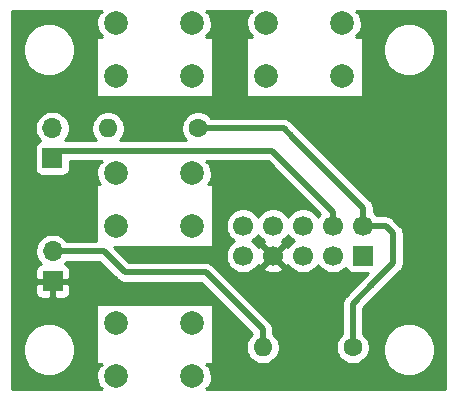
<source format=gbr>
%TF.GenerationSoftware,KiCad,Pcbnew,5.1.8-5.1.8*%
%TF.CreationDate,2022-05-17T18:34:16+02:00*%
%TF.ProjectId,FloppyEmuButtonPanel,466c6f70-7079-4456-9d75-427574746f6e,1.0*%
%TF.SameCoordinates,Original*%
%TF.FileFunction,Copper,L1,Top*%
%TF.FilePolarity,Positive*%
%FSLAX46Y46*%
G04 Gerber Fmt 4.6, Leading zero omitted, Abs format (unit mm)*
G04 Created by KiCad (PCBNEW 5.1.8-5.1.8) date 2022-05-17 18:34:16*
%MOMM*%
%LPD*%
G01*
G04 APERTURE LIST*
%TA.AperFunction,ComponentPad*%
%ADD10C,1.700000*%
%TD*%
%TA.AperFunction,ComponentPad*%
%ADD11R,1.700000X1.700000*%
%TD*%
%TA.AperFunction,ComponentPad*%
%ADD12C,1.600000*%
%TD*%
%TA.AperFunction,ComponentPad*%
%ADD13O,1.600000X1.600000*%
%TD*%
%TA.AperFunction,ComponentPad*%
%ADD14O,1.700000X1.700000*%
%TD*%
%TA.AperFunction,ComponentPad*%
%ADD15C,2.000000*%
%TD*%
%TA.AperFunction,Conductor*%
%ADD16C,0.500000*%
%TD*%
%TA.AperFunction,Conductor*%
%ADD17C,0.254000*%
%TD*%
%TA.AperFunction,Conductor*%
%ADD18C,0.100000*%
%TD*%
G04 APERTURE END LIST*
D10*
%TO.P,J1,10*%
%TO.N,/SELECT*%
X122555000Y-85725000D03*
%TO.P,J1,9*%
%TO.N,/NEXT*%
X122555000Y-88265000D03*
%TO.P,J1,8*%
%TO.N,/PREVIOUS*%
X125095000Y-85725000D03*
%TO.P,J1,7*%
%TO.N,GND*%
X125095000Y-88265000D03*
%TO.P,J1,6*%
%TO.N,/RESET*%
X127635000Y-85725000D03*
%TO.P,J1,5*%
%TO.N,Net-(J1-Pad5)*%
X127635000Y-88265000D03*
%TO.P,J1,4*%
%TO.N,/STATUS*%
X130175000Y-85725000D03*
%TO.P,J1,3*%
%TO.N,Net-(J1-Pad3)*%
X130175000Y-88265000D03*
%TO.P,J1,2*%
%TO.N,+5V*%
X132715000Y-85725000D03*
D11*
%TO.P,J1,1*%
%TO.N,Net-(J1-Pad1)*%
X132715000Y-88265000D03*
%TD*%
D12*
%TO.P,R2,1*%
%TO.N,+5V*%
X131826000Y-96012000D03*
D13*
%TO.P,R2,2*%
%TO.N,Net-(D2-Pad2)*%
X124206000Y-96012000D03*
%TD*%
D11*
%TO.P,D2,1*%
%TO.N,GND*%
X106426000Y-90424000D03*
D14*
%TO.P,D2,2*%
%TO.N,Net-(D2-Pad2)*%
X106426000Y-87884000D03*
%TD*%
D12*
%TO.P,R1,1*%
%TO.N,+5V*%
X118745000Y-77470000D03*
D13*
%TO.P,R1,2*%
%TO.N,Net-(D1-Pad2)*%
X111125000Y-77470000D03*
%TD*%
D11*
%TO.P,D1,1*%
%TO.N,/STATUS*%
X106400000Y-80000000D03*
D14*
%TO.P,D1,2*%
%TO.N,Net-(D1-Pad2)*%
X106400000Y-77460000D03*
%TD*%
D15*
%TO.P,SW1,1*%
%TO.N,GND*%
X118260000Y-68580000D03*
%TO.P,SW1,2*%
%TO.N,/PREVIOUS*%
X118260000Y-73080000D03*
%TO.P,SW1,1*%
%TO.N,GND*%
X111760000Y-68580000D03*
%TO.P,SW1,2*%
%TO.N,/PREVIOUS*%
X111760000Y-73080000D03*
%TD*%
%TO.P,SW2,2*%
%TO.N,/SELECT*%
X111760000Y-85780000D03*
%TO.P,SW2,1*%
%TO.N,GND*%
X111760000Y-81280000D03*
%TO.P,SW2,2*%
%TO.N,/SELECT*%
X118260000Y-85780000D03*
%TO.P,SW2,1*%
%TO.N,GND*%
X118260000Y-81280000D03*
%TD*%
%TO.P,SW3,1*%
%TO.N,/NEXT*%
X118260000Y-93980000D03*
%TO.P,SW3,2*%
%TO.N,GND*%
X118260000Y-98480000D03*
%TO.P,SW3,1*%
%TO.N,/NEXT*%
X111760000Y-93980000D03*
%TO.P,SW3,2*%
%TO.N,GND*%
X111760000Y-98480000D03*
%TD*%
%TO.P,SW4,2*%
%TO.N,/RESET*%
X124460000Y-73080000D03*
%TO.P,SW4,1*%
%TO.N,GND*%
X124460000Y-68580000D03*
%TO.P,SW4,2*%
%TO.N,/RESET*%
X130960000Y-73080000D03*
%TO.P,SW4,1*%
%TO.N,GND*%
X130960000Y-68580000D03*
%TD*%
D16*
%TO.N,+5V*%
X132715000Y-85725000D02*
X132715000Y-84201000D01*
X134620000Y-85725000D02*
X132715000Y-85725000D01*
X135255000Y-88900000D02*
X135255000Y-86360000D01*
X135255000Y-86360000D02*
X134620000Y-85725000D01*
X125984000Y-77470000D02*
X126809500Y-78295500D01*
X118745000Y-77470000D02*
X125984000Y-77470000D01*
X126809500Y-78295500D02*
X126492000Y-77978000D01*
X132715000Y-84201000D02*
X126809500Y-78295500D01*
X131826000Y-96012000D02*
X131826000Y-92329000D01*
X133667500Y-90487500D02*
X135255000Y-88900000D01*
X131826000Y-92329000D02*
X133667500Y-90487500D01*
X133350000Y-90805000D02*
X133667500Y-90487500D01*
%TO.N,/STATUS*%
X107025000Y-79375000D02*
X106400000Y-80000000D01*
X125027081Y-79375000D02*
X107025000Y-79375000D01*
X130175000Y-84522919D02*
X125027081Y-79375000D01*
X130175000Y-85725000D02*
X130175000Y-84522919D01*
%TO.N,Net-(D2-Pad2)*%
X124206000Y-96012000D02*
X124206000Y-94488000D01*
X124206000Y-94488000D02*
X119380000Y-89662000D01*
X110744000Y-87884000D02*
X112522000Y-89662000D01*
X106426000Y-87884000D02*
X110744000Y-87884000D01*
X119380000Y-89662000D02*
X112522000Y-89662000D01*
%TD*%
D17*
%TO.N,GND*%
X110624585Y-67624193D02*
X110360186Y-67719956D01*
X110219296Y-68009571D01*
X110137616Y-68321108D01*
X110118282Y-68642595D01*
X110162039Y-68961675D01*
X110267205Y-69266088D01*
X110360186Y-69440044D01*
X110624585Y-69535807D01*
X110508917Y-69651475D01*
X110580442Y-69723000D01*
X110236000Y-69723000D01*
X110211224Y-69725440D01*
X110187399Y-69732667D01*
X110165443Y-69744403D01*
X110146197Y-69760197D01*
X110130403Y-69779443D01*
X110118667Y-69801399D01*
X110111440Y-69825224D01*
X110109000Y-69850000D01*
X110109000Y-74676000D01*
X110111440Y-74700776D01*
X110118667Y-74724601D01*
X110130403Y-74746557D01*
X110146197Y-74765803D01*
X110165443Y-74781597D01*
X110187399Y-74793333D01*
X110211224Y-74800560D01*
X110236000Y-74803000D01*
X119888000Y-74803000D01*
X119912776Y-74800560D01*
X119936601Y-74793333D01*
X119958557Y-74781597D01*
X119977803Y-74765803D01*
X119993597Y-74746557D01*
X120005333Y-74724601D01*
X120012560Y-74700776D01*
X120015000Y-74676000D01*
X120015000Y-69850000D01*
X120012560Y-69825224D01*
X120005333Y-69801399D01*
X119993597Y-69779443D01*
X119977803Y-69760197D01*
X119958557Y-69744403D01*
X119936601Y-69732667D01*
X119912776Y-69725440D01*
X119888000Y-69723000D01*
X119439558Y-69723000D01*
X119511083Y-69651475D01*
X119395415Y-69535807D01*
X119659814Y-69440044D01*
X119800704Y-69150429D01*
X119882384Y-68838892D01*
X119901718Y-68517405D01*
X119857961Y-68198325D01*
X119752795Y-67893912D01*
X119659814Y-67719956D01*
X119395415Y-67624193D01*
X119459608Y-67560000D01*
X123260392Y-67560000D01*
X123324585Y-67624193D01*
X123060186Y-67719956D01*
X122919296Y-68009571D01*
X122837616Y-68321108D01*
X122818282Y-68642595D01*
X122862039Y-68961675D01*
X122967205Y-69266088D01*
X123060186Y-69440044D01*
X123324585Y-69535807D01*
X123208917Y-69651475D01*
X123280442Y-69723000D01*
X122936000Y-69723000D01*
X122911224Y-69725440D01*
X122887399Y-69732667D01*
X122865443Y-69744403D01*
X122846197Y-69760197D01*
X122830403Y-69779443D01*
X122818667Y-69801399D01*
X122811440Y-69825224D01*
X122809000Y-69850000D01*
X122809000Y-74676000D01*
X122811440Y-74700776D01*
X122818667Y-74724601D01*
X122830403Y-74746557D01*
X122846197Y-74765803D01*
X122865443Y-74781597D01*
X122887399Y-74793333D01*
X122911224Y-74800560D01*
X122936000Y-74803000D01*
X132588000Y-74803000D01*
X132612776Y-74800560D01*
X132636601Y-74793333D01*
X132658557Y-74781597D01*
X132677803Y-74765803D01*
X132693597Y-74746557D01*
X132705333Y-74724601D01*
X132712560Y-74700776D01*
X132715000Y-74676000D01*
X132715000Y-70609872D01*
X134365000Y-70609872D01*
X134365000Y-71050128D01*
X134450890Y-71481925D01*
X134619369Y-71888669D01*
X134863962Y-72254729D01*
X135175271Y-72566038D01*
X135541331Y-72810631D01*
X135948075Y-72979110D01*
X136379872Y-73065000D01*
X136820128Y-73065000D01*
X137251925Y-72979110D01*
X137658669Y-72810631D01*
X138024729Y-72566038D01*
X138336038Y-72254729D01*
X138580631Y-71888669D01*
X138749110Y-71481925D01*
X138835000Y-71050128D01*
X138835000Y-70609872D01*
X138749110Y-70178075D01*
X138580631Y-69771331D01*
X138336038Y-69405271D01*
X138024729Y-69093962D01*
X137658669Y-68849369D01*
X137251925Y-68680890D01*
X136820128Y-68595000D01*
X136379872Y-68595000D01*
X135948075Y-68680890D01*
X135541331Y-68849369D01*
X135175271Y-69093962D01*
X134863962Y-69405271D01*
X134619369Y-69771331D01*
X134450890Y-70178075D01*
X134365000Y-70609872D01*
X132715000Y-70609872D01*
X132715000Y-69850000D01*
X132712560Y-69825224D01*
X132705333Y-69801399D01*
X132693597Y-69779443D01*
X132677803Y-69760197D01*
X132658557Y-69744403D01*
X132636601Y-69732667D01*
X132612776Y-69725440D01*
X132588000Y-69723000D01*
X132139558Y-69723000D01*
X132211083Y-69651475D01*
X132095415Y-69535807D01*
X132359814Y-69440044D01*
X132500704Y-69150429D01*
X132582384Y-68838892D01*
X132601718Y-68517405D01*
X132557961Y-68198325D01*
X132452795Y-67893912D01*
X132359814Y-67719956D01*
X132095415Y-67624193D01*
X132159608Y-67560000D01*
X139640001Y-67560000D01*
X139640000Y-99540000D01*
X119499608Y-99540000D01*
X119395415Y-99435807D01*
X119659814Y-99340044D01*
X119800704Y-99050429D01*
X119882384Y-98738892D01*
X119901718Y-98417405D01*
X119857961Y-98098325D01*
X119752795Y-97793912D01*
X119659814Y-97619956D01*
X119395415Y-97524193D01*
X119510608Y-97409000D01*
X119888000Y-97409000D01*
X119912776Y-97406560D01*
X119936601Y-97399333D01*
X119958557Y-97387597D01*
X119977803Y-97371803D01*
X119993597Y-97352557D01*
X120005333Y-97330601D01*
X120012560Y-97306776D01*
X120015000Y-97282000D01*
X120015000Y-92456000D01*
X120012560Y-92431224D01*
X120005333Y-92407399D01*
X119993597Y-92385443D01*
X119977803Y-92366197D01*
X119958557Y-92350403D01*
X119936601Y-92338667D01*
X119912776Y-92331440D01*
X119888000Y-92329000D01*
X110236000Y-92329000D01*
X110211224Y-92331440D01*
X110187399Y-92338667D01*
X110165443Y-92350403D01*
X110146197Y-92366197D01*
X110130403Y-92385443D01*
X110118667Y-92407399D01*
X110111440Y-92431224D01*
X110109000Y-92456000D01*
X110109000Y-97282000D01*
X110111440Y-97306776D01*
X110118667Y-97330601D01*
X110130403Y-97352557D01*
X110146197Y-97371803D01*
X110165443Y-97387597D01*
X110187399Y-97399333D01*
X110211224Y-97406560D01*
X110236000Y-97409000D01*
X110509392Y-97409000D01*
X110624585Y-97524193D01*
X110360186Y-97619956D01*
X110219296Y-97909571D01*
X110137616Y-98221108D01*
X110118282Y-98542595D01*
X110162039Y-98861675D01*
X110267205Y-99166088D01*
X110360186Y-99340044D01*
X110624585Y-99435807D01*
X110520392Y-99540000D01*
X103022000Y-99540000D01*
X103022000Y-96009872D01*
X103885000Y-96009872D01*
X103885000Y-96450128D01*
X103970890Y-96881925D01*
X104139369Y-97288669D01*
X104383962Y-97654729D01*
X104695271Y-97966038D01*
X105061331Y-98210631D01*
X105468075Y-98379110D01*
X105899872Y-98465000D01*
X106340128Y-98465000D01*
X106771925Y-98379110D01*
X107178669Y-98210631D01*
X107544729Y-97966038D01*
X107856038Y-97654729D01*
X108100631Y-97288669D01*
X108269110Y-96881925D01*
X108355000Y-96450128D01*
X108355000Y-96009872D01*
X108269110Y-95578075D01*
X108100631Y-95171331D01*
X107856038Y-94805271D01*
X107544729Y-94493962D01*
X107178669Y-94249369D01*
X106771925Y-94080890D01*
X106340128Y-93995000D01*
X105899872Y-93995000D01*
X105468075Y-94080890D01*
X105061331Y-94249369D01*
X104695271Y-94493962D01*
X104383962Y-94805271D01*
X104139369Y-95171331D01*
X103970890Y-95578075D01*
X103885000Y-96009872D01*
X103022000Y-96009872D01*
X103022000Y-91274000D01*
X104937928Y-91274000D01*
X104950188Y-91398482D01*
X104986498Y-91518180D01*
X105045463Y-91628494D01*
X105124815Y-91725185D01*
X105221506Y-91804537D01*
X105331820Y-91863502D01*
X105451518Y-91899812D01*
X105576000Y-91912072D01*
X106140250Y-91909000D01*
X106299000Y-91750250D01*
X106299000Y-90551000D01*
X106553000Y-90551000D01*
X106553000Y-91750250D01*
X106711750Y-91909000D01*
X107276000Y-91912072D01*
X107400482Y-91899812D01*
X107520180Y-91863502D01*
X107630494Y-91804537D01*
X107727185Y-91725185D01*
X107806537Y-91628494D01*
X107865502Y-91518180D01*
X107901812Y-91398482D01*
X107914072Y-91274000D01*
X107911000Y-90709750D01*
X107752250Y-90551000D01*
X106553000Y-90551000D01*
X106299000Y-90551000D01*
X105099750Y-90551000D01*
X104941000Y-90709750D01*
X104937928Y-91274000D01*
X103022000Y-91274000D01*
X103022000Y-79150000D01*
X104911928Y-79150000D01*
X104911928Y-80850000D01*
X104924188Y-80974482D01*
X104960498Y-81094180D01*
X105019463Y-81204494D01*
X105098815Y-81301185D01*
X105195506Y-81380537D01*
X105305820Y-81439502D01*
X105425518Y-81475812D01*
X105550000Y-81488072D01*
X107250000Y-81488072D01*
X107374482Y-81475812D01*
X107494180Y-81439502D01*
X107604494Y-81380537D01*
X107701185Y-81301185D01*
X107780537Y-81204494D01*
X107839502Y-81094180D01*
X107875812Y-80974482D01*
X107888072Y-80850000D01*
X107888072Y-80260000D01*
X110560392Y-80260000D01*
X110624585Y-80324193D01*
X110360186Y-80419956D01*
X110219296Y-80709571D01*
X110137616Y-81021108D01*
X110118282Y-81342595D01*
X110162039Y-81661675D01*
X110267205Y-81966088D01*
X110360186Y-82140044D01*
X110440132Y-82169000D01*
X110236000Y-82169000D01*
X110211224Y-82171440D01*
X110187399Y-82178667D01*
X110165443Y-82190403D01*
X110146197Y-82206197D01*
X110130403Y-82225443D01*
X110118667Y-82247399D01*
X110111440Y-82271224D01*
X110109000Y-82296000D01*
X110109000Y-86999000D01*
X107620656Y-86999000D01*
X107579475Y-86937368D01*
X107372632Y-86730525D01*
X107129411Y-86568010D01*
X106859158Y-86456068D01*
X106572260Y-86399000D01*
X106279740Y-86399000D01*
X105992842Y-86456068D01*
X105722589Y-86568010D01*
X105479368Y-86730525D01*
X105272525Y-86937368D01*
X105110010Y-87180589D01*
X104998068Y-87450842D01*
X104941000Y-87737740D01*
X104941000Y-88030260D01*
X104998068Y-88317158D01*
X105110010Y-88587411D01*
X105272525Y-88830632D01*
X105404380Y-88962487D01*
X105331820Y-88984498D01*
X105221506Y-89043463D01*
X105124815Y-89122815D01*
X105045463Y-89219506D01*
X104986498Y-89329820D01*
X104950188Y-89449518D01*
X104937928Y-89574000D01*
X104941000Y-90138250D01*
X105099750Y-90297000D01*
X106299000Y-90297000D01*
X106299000Y-90277000D01*
X106553000Y-90277000D01*
X106553000Y-90297000D01*
X107752250Y-90297000D01*
X107911000Y-90138250D01*
X107914072Y-89574000D01*
X107901812Y-89449518D01*
X107865502Y-89329820D01*
X107806537Y-89219506D01*
X107727185Y-89122815D01*
X107630494Y-89043463D01*
X107520180Y-88984498D01*
X107447620Y-88962487D01*
X107579475Y-88830632D01*
X107620656Y-88769000D01*
X110377422Y-88769000D01*
X111865470Y-90257049D01*
X111893183Y-90290817D01*
X111926951Y-90318530D01*
X111926953Y-90318532D01*
X112027941Y-90401411D01*
X112181687Y-90483589D01*
X112348510Y-90534195D01*
X112478523Y-90547000D01*
X112478531Y-90547000D01*
X112522000Y-90551281D01*
X112565469Y-90547000D01*
X119013422Y-90547000D01*
X123321001Y-94854580D01*
X123321001Y-94877478D01*
X123291241Y-94897363D01*
X123091363Y-95097241D01*
X122934320Y-95332273D01*
X122826147Y-95593426D01*
X122771000Y-95870665D01*
X122771000Y-96153335D01*
X122826147Y-96430574D01*
X122934320Y-96691727D01*
X123091363Y-96926759D01*
X123291241Y-97126637D01*
X123526273Y-97283680D01*
X123787426Y-97391853D01*
X124064665Y-97447000D01*
X124347335Y-97447000D01*
X124624574Y-97391853D01*
X124885727Y-97283680D01*
X125120759Y-97126637D01*
X125320637Y-96926759D01*
X125477680Y-96691727D01*
X125585853Y-96430574D01*
X125641000Y-96153335D01*
X125641000Y-95870665D01*
X125585853Y-95593426D01*
X125477680Y-95332273D01*
X125320637Y-95097241D01*
X125120759Y-94897363D01*
X125091000Y-94877479D01*
X125091000Y-94531469D01*
X125095281Y-94488000D01*
X125091000Y-94444531D01*
X125091000Y-94444523D01*
X125078195Y-94314510D01*
X125027589Y-94147686D01*
X124945411Y-93993941D01*
X124862532Y-93892953D01*
X124862530Y-93892951D01*
X124834817Y-93859183D01*
X124801049Y-93831470D01*
X120036534Y-89066956D01*
X120008817Y-89033183D01*
X119874059Y-88922589D01*
X119720313Y-88840411D01*
X119553490Y-88789805D01*
X119423477Y-88777000D01*
X119423469Y-88777000D01*
X119380000Y-88772719D01*
X119336531Y-88777000D01*
X112888579Y-88777000D01*
X111614578Y-87503000D01*
X119888000Y-87503000D01*
X119912776Y-87500560D01*
X119936601Y-87493333D01*
X119958557Y-87481597D01*
X119977803Y-87465803D01*
X119993597Y-87446557D01*
X120005333Y-87424601D01*
X120012560Y-87400776D01*
X120015000Y-87376000D01*
X120015000Y-82296000D01*
X120012560Y-82271224D01*
X120005333Y-82247399D01*
X119993597Y-82225443D01*
X119977803Y-82206197D01*
X119958557Y-82190403D01*
X119936601Y-82178667D01*
X119912776Y-82171440D01*
X119888000Y-82169000D01*
X119579868Y-82169000D01*
X119659814Y-82140044D01*
X119800704Y-81850429D01*
X119882384Y-81538892D01*
X119901718Y-81217405D01*
X119857961Y-80898325D01*
X119752795Y-80593912D01*
X119659814Y-80419956D01*
X119395415Y-80324193D01*
X119459608Y-80260000D01*
X124660503Y-80260000D01*
X129100198Y-84699695D01*
X129021525Y-84778368D01*
X128905000Y-84952760D01*
X128788475Y-84778368D01*
X128581632Y-84571525D01*
X128338411Y-84409010D01*
X128068158Y-84297068D01*
X127781260Y-84240000D01*
X127488740Y-84240000D01*
X127201842Y-84297068D01*
X126931589Y-84409010D01*
X126688368Y-84571525D01*
X126481525Y-84778368D01*
X126365000Y-84952760D01*
X126248475Y-84778368D01*
X126041632Y-84571525D01*
X125798411Y-84409010D01*
X125528158Y-84297068D01*
X125241260Y-84240000D01*
X124948740Y-84240000D01*
X124661842Y-84297068D01*
X124391589Y-84409010D01*
X124148368Y-84571525D01*
X123941525Y-84778368D01*
X123825000Y-84952760D01*
X123708475Y-84778368D01*
X123501632Y-84571525D01*
X123258411Y-84409010D01*
X122988158Y-84297068D01*
X122701260Y-84240000D01*
X122408740Y-84240000D01*
X122121842Y-84297068D01*
X121851589Y-84409010D01*
X121608368Y-84571525D01*
X121401525Y-84778368D01*
X121239010Y-85021589D01*
X121127068Y-85291842D01*
X121070000Y-85578740D01*
X121070000Y-85871260D01*
X121127068Y-86158158D01*
X121239010Y-86428411D01*
X121401525Y-86671632D01*
X121608368Y-86878475D01*
X121782760Y-86995000D01*
X121608368Y-87111525D01*
X121401525Y-87318368D01*
X121239010Y-87561589D01*
X121127068Y-87831842D01*
X121070000Y-88118740D01*
X121070000Y-88411260D01*
X121127068Y-88698158D01*
X121239010Y-88968411D01*
X121401525Y-89211632D01*
X121608368Y-89418475D01*
X121851589Y-89580990D01*
X122121842Y-89692932D01*
X122408740Y-89750000D01*
X122701260Y-89750000D01*
X122988158Y-89692932D01*
X123258411Y-89580990D01*
X123501632Y-89418475D01*
X123626710Y-89293397D01*
X124246208Y-89293397D01*
X124323843Y-89542472D01*
X124587883Y-89668371D01*
X124871411Y-89740339D01*
X125163531Y-89755611D01*
X125453019Y-89713599D01*
X125728747Y-89615919D01*
X125866157Y-89542472D01*
X125943792Y-89293397D01*
X125095000Y-88444605D01*
X124246208Y-89293397D01*
X123626710Y-89293397D01*
X123708475Y-89211632D01*
X123824311Y-89038271D01*
X124066603Y-89113792D01*
X124915395Y-88265000D01*
X124066603Y-87416208D01*
X123824311Y-87491729D01*
X123708475Y-87318368D01*
X123501632Y-87111525D01*
X123327240Y-86995000D01*
X123501632Y-86878475D01*
X123708475Y-86671632D01*
X123825000Y-86497240D01*
X123941525Y-86671632D01*
X124148368Y-86878475D01*
X124321729Y-86994311D01*
X124246208Y-87236603D01*
X125095000Y-88085395D01*
X125943792Y-87236603D01*
X125868271Y-86994311D01*
X126041632Y-86878475D01*
X126248475Y-86671632D01*
X126365000Y-86497240D01*
X126481525Y-86671632D01*
X126688368Y-86878475D01*
X126862760Y-86995000D01*
X126688368Y-87111525D01*
X126481525Y-87318368D01*
X126365689Y-87491729D01*
X126123397Y-87416208D01*
X125274605Y-88265000D01*
X126123397Y-89113792D01*
X126365689Y-89038271D01*
X126481525Y-89211632D01*
X126688368Y-89418475D01*
X126931589Y-89580990D01*
X127201842Y-89692932D01*
X127488740Y-89750000D01*
X127781260Y-89750000D01*
X128068158Y-89692932D01*
X128338411Y-89580990D01*
X128581632Y-89418475D01*
X128788475Y-89211632D01*
X128905000Y-89037240D01*
X129021525Y-89211632D01*
X129228368Y-89418475D01*
X129471589Y-89580990D01*
X129741842Y-89692932D01*
X130028740Y-89750000D01*
X130321260Y-89750000D01*
X130608158Y-89692932D01*
X130878411Y-89580990D01*
X131121632Y-89418475D01*
X131253487Y-89286620D01*
X131275498Y-89359180D01*
X131334463Y-89469494D01*
X131413815Y-89566185D01*
X131510506Y-89645537D01*
X131620820Y-89704502D01*
X131740518Y-89740812D01*
X131865000Y-89753072D01*
X133150350Y-89753072D01*
X133072458Y-89830964D01*
X133072453Y-89830968D01*
X131230951Y-91672471D01*
X131197184Y-91700183D01*
X131169471Y-91733951D01*
X131169468Y-91733954D01*
X131086590Y-91834941D01*
X131004412Y-91988687D01*
X130953805Y-92155510D01*
X130936719Y-92329000D01*
X130941001Y-92372479D01*
X130941000Y-94877479D01*
X130911241Y-94897363D01*
X130711363Y-95097241D01*
X130554320Y-95332273D01*
X130446147Y-95593426D01*
X130391000Y-95870665D01*
X130391000Y-96153335D01*
X130446147Y-96430574D01*
X130554320Y-96691727D01*
X130711363Y-96926759D01*
X130911241Y-97126637D01*
X131146273Y-97283680D01*
X131407426Y-97391853D01*
X131684665Y-97447000D01*
X131967335Y-97447000D01*
X132244574Y-97391853D01*
X132505727Y-97283680D01*
X132740759Y-97126637D01*
X132940637Y-96926759D01*
X133097680Y-96691727D01*
X133205853Y-96430574D01*
X133261000Y-96153335D01*
X133261000Y-96009872D01*
X134365000Y-96009872D01*
X134365000Y-96450128D01*
X134450890Y-96881925D01*
X134619369Y-97288669D01*
X134863962Y-97654729D01*
X135175271Y-97966038D01*
X135541331Y-98210631D01*
X135948075Y-98379110D01*
X136379872Y-98465000D01*
X136820128Y-98465000D01*
X137251925Y-98379110D01*
X137658669Y-98210631D01*
X138024729Y-97966038D01*
X138336038Y-97654729D01*
X138580631Y-97288669D01*
X138749110Y-96881925D01*
X138835000Y-96450128D01*
X138835000Y-96009872D01*
X138749110Y-95578075D01*
X138580631Y-95171331D01*
X138336038Y-94805271D01*
X138024729Y-94493962D01*
X137658669Y-94249369D01*
X137251925Y-94080890D01*
X136820128Y-93995000D01*
X136379872Y-93995000D01*
X135948075Y-94080890D01*
X135541331Y-94249369D01*
X135175271Y-94493962D01*
X134863962Y-94805271D01*
X134619369Y-95171331D01*
X134450890Y-95578075D01*
X134365000Y-96009872D01*
X133261000Y-96009872D01*
X133261000Y-95870665D01*
X133205853Y-95593426D01*
X133097680Y-95332273D01*
X132940637Y-95097241D01*
X132740759Y-94897363D01*
X132711000Y-94877479D01*
X132711000Y-92695578D01*
X134324032Y-91082547D01*
X134324036Y-91082542D01*
X135850050Y-89556529D01*
X135883817Y-89528817D01*
X135916897Y-89488510D01*
X135994410Y-89394060D01*
X135994411Y-89394059D01*
X136076589Y-89240313D01*
X136127195Y-89073490D01*
X136140000Y-88943477D01*
X136140000Y-88943467D01*
X136144281Y-88900001D01*
X136140000Y-88856534D01*
X136140000Y-86403469D01*
X136144281Y-86360000D01*
X136140000Y-86316531D01*
X136140000Y-86316523D01*
X136127195Y-86186510D01*
X136090430Y-86065313D01*
X136076589Y-86019686D01*
X135994411Y-85865941D01*
X135911532Y-85764953D01*
X135911530Y-85764951D01*
X135883817Y-85731183D01*
X135850049Y-85703470D01*
X135276534Y-85129956D01*
X135248817Y-85096183D01*
X135114059Y-84985589D01*
X134960313Y-84903411D01*
X134793490Y-84852805D01*
X134663477Y-84840000D01*
X134663469Y-84840000D01*
X134620000Y-84835719D01*
X134576531Y-84840000D01*
X133909656Y-84840000D01*
X133868475Y-84778368D01*
X133661632Y-84571525D01*
X133600000Y-84530344D01*
X133600000Y-84244465D01*
X133604281Y-84200999D01*
X133600000Y-84157533D01*
X133600000Y-84157523D01*
X133587195Y-84027510D01*
X133536589Y-83860687D01*
X133454411Y-83706941D01*
X133430210Y-83677452D01*
X133371532Y-83605953D01*
X133371530Y-83605951D01*
X133343817Y-83572183D01*
X133310049Y-83544470D01*
X127466037Y-77700459D01*
X127466032Y-77700453D01*
X126640534Y-76874956D01*
X126612817Y-76841183D01*
X126478059Y-76730589D01*
X126324313Y-76648411D01*
X126157490Y-76597805D01*
X126027477Y-76585000D01*
X126027469Y-76585000D01*
X125984000Y-76580719D01*
X125940531Y-76585000D01*
X119879521Y-76585000D01*
X119859637Y-76555241D01*
X119659759Y-76355363D01*
X119424727Y-76198320D01*
X119163574Y-76090147D01*
X118886335Y-76035000D01*
X118603665Y-76035000D01*
X118326426Y-76090147D01*
X118065273Y-76198320D01*
X117830241Y-76355363D01*
X117630363Y-76555241D01*
X117473320Y-76790273D01*
X117365147Y-77051426D01*
X117310000Y-77328665D01*
X117310000Y-77611335D01*
X117365147Y-77888574D01*
X117473320Y-78149727D01*
X117630363Y-78384759D01*
X117735604Y-78490000D01*
X112134396Y-78490000D01*
X112239637Y-78384759D01*
X112396680Y-78149727D01*
X112504853Y-77888574D01*
X112560000Y-77611335D01*
X112560000Y-77328665D01*
X112504853Y-77051426D01*
X112396680Y-76790273D01*
X112239637Y-76555241D01*
X112039759Y-76355363D01*
X111804727Y-76198320D01*
X111543574Y-76090147D01*
X111266335Y-76035000D01*
X110983665Y-76035000D01*
X110706426Y-76090147D01*
X110445273Y-76198320D01*
X110210241Y-76355363D01*
X110010363Y-76555241D01*
X109853320Y-76790273D01*
X109745147Y-77051426D01*
X109690000Y-77328665D01*
X109690000Y-77611335D01*
X109745147Y-77888574D01*
X109853320Y-78149727D01*
X110010363Y-78384759D01*
X110115604Y-78490000D01*
X107470107Y-78490000D01*
X107553475Y-78406632D01*
X107715990Y-78163411D01*
X107827932Y-77893158D01*
X107885000Y-77606260D01*
X107885000Y-77313740D01*
X107827932Y-77026842D01*
X107715990Y-76756589D01*
X107553475Y-76513368D01*
X107346632Y-76306525D01*
X107103411Y-76144010D01*
X106833158Y-76032068D01*
X106546260Y-75975000D01*
X106253740Y-75975000D01*
X105966842Y-76032068D01*
X105696589Y-76144010D01*
X105453368Y-76306525D01*
X105246525Y-76513368D01*
X105084010Y-76756589D01*
X104972068Y-77026842D01*
X104915000Y-77313740D01*
X104915000Y-77606260D01*
X104972068Y-77893158D01*
X105084010Y-78163411D01*
X105246525Y-78406632D01*
X105378380Y-78538487D01*
X105305820Y-78560498D01*
X105195506Y-78619463D01*
X105098815Y-78698815D01*
X105019463Y-78795506D01*
X104960498Y-78905820D01*
X104924188Y-79025518D01*
X104911928Y-79150000D01*
X103022000Y-79150000D01*
X103022000Y-70609872D01*
X103885000Y-70609872D01*
X103885000Y-71050128D01*
X103970890Y-71481925D01*
X104139369Y-71888669D01*
X104383962Y-72254729D01*
X104695271Y-72566038D01*
X105061331Y-72810631D01*
X105468075Y-72979110D01*
X105899872Y-73065000D01*
X106340128Y-73065000D01*
X106771925Y-72979110D01*
X107178669Y-72810631D01*
X107544729Y-72566038D01*
X107856038Y-72254729D01*
X108100631Y-71888669D01*
X108269110Y-71481925D01*
X108355000Y-71050128D01*
X108355000Y-70609872D01*
X108269110Y-70178075D01*
X108100631Y-69771331D01*
X107856038Y-69405271D01*
X107544729Y-69093962D01*
X107178669Y-68849369D01*
X106771925Y-68680890D01*
X106340128Y-68595000D01*
X105899872Y-68595000D01*
X105468075Y-68680890D01*
X105061331Y-68849369D01*
X104695271Y-69093962D01*
X104383962Y-69405271D01*
X104139369Y-69771331D01*
X103970890Y-70178075D01*
X103885000Y-70609872D01*
X103022000Y-70609872D01*
X103022000Y-67560000D01*
X110560392Y-67560000D01*
X110624585Y-67624193D01*
%TA.AperFunction,Conductor*%
D18*
G36*
X110624585Y-67624193D02*
G01*
X110360186Y-67719956D01*
X110219296Y-68009571D01*
X110137616Y-68321108D01*
X110118282Y-68642595D01*
X110162039Y-68961675D01*
X110267205Y-69266088D01*
X110360186Y-69440044D01*
X110624585Y-69535807D01*
X110508917Y-69651475D01*
X110580442Y-69723000D01*
X110236000Y-69723000D01*
X110211224Y-69725440D01*
X110187399Y-69732667D01*
X110165443Y-69744403D01*
X110146197Y-69760197D01*
X110130403Y-69779443D01*
X110118667Y-69801399D01*
X110111440Y-69825224D01*
X110109000Y-69850000D01*
X110109000Y-74676000D01*
X110111440Y-74700776D01*
X110118667Y-74724601D01*
X110130403Y-74746557D01*
X110146197Y-74765803D01*
X110165443Y-74781597D01*
X110187399Y-74793333D01*
X110211224Y-74800560D01*
X110236000Y-74803000D01*
X119888000Y-74803000D01*
X119912776Y-74800560D01*
X119936601Y-74793333D01*
X119958557Y-74781597D01*
X119977803Y-74765803D01*
X119993597Y-74746557D01*
X120005333Y-74724601D01*
X120012560Y-74700776D01*
X120015000Y-74676000D01*
X120015000Y-69850000D01*
X120012560Y-69825224D01*
X120005333Y-69801399D01*
X119993597Y-69779443D01*
X119977803Y-69760197D01*
X119958557Y-69744403D01*
X119936601Y-69732667D01*
X119912776Y-69725440D01*
X119888000Y-69723000D01*
X119439558Y-69723000D01*
X119511083Y-69651475D01*
X119395415Y-69535807D01*
X119659814Y-69440044D01*
X119800704Y-69150429D01*
X119882384Y-68838892D01*
X119901718Y-68517405D01*
X119857961Y-68198325D01*
X119752795Y-67893912D01*
X119659814Y-67719956D01*
X119395415Y-67624193D01*
X119459608Y-67560000D01*
X123260392Y-67560000D01*
X123324585Y-67624193D01*
X123060186Y-67719956D01*
X122919296Y-68009571D01*
X122837616Y-68321108D01*
X122818282Y-68642595D01*
X122862039Y-68961675D01*
X122967205Y-69266088D01*
X123060186Y-69440044D01*
X123324585Y-69535807D01*
X123208917Y-69651475D01*
X123280442Y-69723000D01*
X122936000Y-69723000D01*
X122911224Y-69725440D01*
X122887399Y-69732667D01*
X122865443Y-69744403D01*
X122846197Y-69760197D01*
X122830403Y-69779443D01*
X122818667Y-69801399D01*
X122811440Y-69825224D01*
X122809000Y-69850000D01*
X122809000Y-74676000D01*
X122811440Y-74700776D01*
X122818667Y-74724601D01*
X122830403Y-74746557D01*
X122846197Y-74765803D01*
X122865443Y-74781597D01*
X122887399Y-74793333D01*
X122911224Y-74800560D01*
X122936000Y-74803000D01*
X132588000Y-74803000D01*
X132612776Y-74800560D01*
X132636601Y-74793333D01*
X132658557Y-74781597D01*
X132677803Y-74765803D01*
X132693597Y-74746557D01*
X132705333Y-74724601D01*
X132712560Y-74700776D01*
X132715000Y-74676000D01*
X132715000Y-70609872D01*
X134365000Y-70609872D01*
X134365000Y-71050128D01*
X134450890Y-71481925D01*
X134619369Y-71888669D01*
X134863962Y-72254729D01*
X135175271Y-72566038D01*
X135541331Y-72810631D01*
X135948075Y-72979110D01*
X136379872Y-73065000D01*
X136820128Y-73065000D01*
X137251925Y-72979110D01*
X137658669Y-72810631D01*
X138024729Y-72566038D01*
X138336038Y-72254729D01*
X138580631Y-71888669D01*
X138749110Y-71481925D01*
X138835000Y-71050128D01*
X138835000Y-70609872D01*
X138749110Y-70178075D01*
X138580631Y-69771331D01*
X138336038Y-69405271D01*
X138024729Y-69093962D01*
X137658669Y-68849369D01*
X137251925Y-68680890D01*
X136820128Y-68595000D01*
X136379872Y-68595000D01*
X135948075Y-68680890D01*
X135541331Y-68849369D01*
X135175271Y-69093962D01*
X134863962Y-69405271D01*
X134619369Y-69771331D01*
X134450890Y-70178075D01*
X134365000Y-70609872D01*
X132715000Y-70609872D01*
X132715000Y-69850000D01*
X132712560Y-69825224D01*
X132705333Y-69801399D01*
X132693597Y-69779443D01*
X132677803Y-69760197D01*
X132658557Y-69744403D01*
X132636601Y-69732667D01*
X132612776Y-69725440D01*
X132588000Y-69723000D01*
X132139558Y-69723000D01*
X132211083Y-69651475D01*
X132095415Y-69535807D01*
X132359814Y-69440044D01*
X132500704Y-69150429D01*
X132582384Y-68838892D01*
X132601718Y-68517405D01*
X132557961Y-68198325D01*
X132452795Y-67893912D01*
X132359814Y-67719956D01*
X132095415Y-67624193D01*
X132159608Y-67560000D01*
X139640001Y-67560000D01*
X139640000Y-99540000D01*
X119499608Y-99540000D01*
X119395415Y-99435807D01*
X119659814Y-99340044D01*
X119800704Y-99050429D01*
X119882384Y-98738892D01*
X119901718Y-98417405D01*
X119857961Y-98098325D01*
X119752795Y-97793912D01*
X119659814Y-97619956D01*
X119395415Y-97524193D01*
X119510608Y-97409000D01*
X119888000Y-97409000D01*
X119912776Y-97406560D01*
X119936601Y-97399333D01*
X119958557Y-97387597D01*
X119977803Y-97371803D01*
X119993597Y-97352557D01*
X120005333Y-97330601D01*
X120012560Y-97306776D01*
X120015000Y-97282000D01*
X120015000Y-92456000D01*
X120012560Y-92431224D01*
X120005333Y-92407399D01*
X119993597Y-92385443D01*
X119977803Y-92366197D01*
X119958557Y-92350403D01*
X119936601Y-92338667D01*
X119912776Y-92331440D01*
X119888000Y-92329000D01*
X110236000Y-92329000D01*
X110211224Y-92331440D01*
X110187399Y-92338667D01*
X110165443Y-92350403D01*
X110146197Y-92366197D01*
X110130403Y-92385443D01*
X110118667Y-92407399D01*
X110111440Y-92431224D01*
X110109000Y-92456000D01*
X110109000Y-97282000D01*
X110111440Y-97306776D01*
X110118667Y-97330601D01*
X110130403Y-97352557D01*
X110146197Y-97371803D01*
X110165443Y-97387597D01*
X110187399Y-97399333D01*
X110211224Y-97406560D01*
X110236000Y-97409000D01*
X110509392Y-97409000D01*
X110624585Y-97524193D01*
X110360186Y-97619956D01*
X110219296Y-97909571D01*
X110137616Y-98221108D01*
X110118282Y-98542595D01*
X110162039Y-98861675D01*
X110267205Y-99166088D01*
X110360186Y-99340044D01*
X110624585Y-99435807D01*
X110520392Y-99540000D01*
X103022000Y-99540000D01*
X103022000Y-96009872D01*
X103885000Y-96009872D01*
X103885000Y-96450128D01*
X103970890Y-96881925D01*
X104139369Y-97288669D01*
X104383962Y-97654729D01*
X104695271Y-97966038D01*
X105061331Y-98210631D01*
X105468075Y-98379110D01*
X105899872Y-98465000D01*
X106340128Y-98465000D01*
X106771925Y-98379110D01*
X107178669Y-98210631D01*
X107544729Y-97966038D01*
X107856038Y-97654729D01*
X108100631Y-97288669D01*
X108269110Y-96881925D01*
X108355000Y-96450128D01*
X108355000Y-96009872D01*
X108269110Y-95578075D01*
X108100631Y-95171331D01*
X107856038Y-94805271D01*
X107544729Y-94493962D01*
X107178669Y-94249369D01*
X106771925Y-94080890D01*
X106340128Y-93995000D01*
X105899872Y-93995000D01*
X105468075Y-94080890D01*
X105061331Y-94249369D01*
X104695271Y-94493962D01*
X104383962Y-94805271D01*
X104139369Y-95171331D01*
X103970890Y-95578075D01*
X103885000Y-96009872D01*
X103022000Y-96009872D01*
X103022000Y-91274000D01*
X104937928Y-91274000D01*
X104950188Y-91398482D01*
X104986498Y-91518180D01*
X105045463Y-91628494D01*
X105124815Y-91725185D01*
X105221506Y-91804537D01*
X105331820Y-91863502D01*
X105451518Y-91899812D01*
X105576000Y-91912072D01*
X106140250Y-91909000D01*
X106299000Y-91750250D01*
X106299000Y-90551000D01*
X106553000Y-90551000D01*
X106553000Y-91750250D01*
X106711750Y-91909000D01*
X107276000Y-91912072D01*
X107400482Y-91899812D01*
X107520180Y-91863502D01*
X107630494Y-91804537D01*
X107727185Y-91725185D01*
X107806537Y-91628494D01*
X107865502Y-91518180D01*
X107901812Y-91398482D01*
X107914072Y-91274000D01*
X107911000Y-90709750D01*
X107752250Y-90551000D01*
X106553000Y-90551000D01*
X106299000Y-90551000D01*
X105099750Y-90551000D01*
X104941000Y-90709750D01*
X104937928Y-91274000D01*
X103022000Y-91274000D01*
X103022000Y-79150000D01*
X104911928Y-79150000D01*
X104911928Y-80850000D01*
X104924188Y-80974482D01*
X104960498Y-81094180D01*
X105019463Y-81204494D01*
X105098815Y-81301185D01*
X105195506Y-81380537D01*
X105305820Y-81439502D01*
X105425518Y-81475812D01*
X105550000Y-81488072D01*
X107250000Y-81488072D01*
X107374482Y-81475812D01*
X107494180Y-81439502D01*
X107604494Y-81380537D01*
X107701185Y-81301185D01*
X107780537Y-81204494D01*
X107839502Y-81094180D01*
X107875812Y-80974482D01*
X107888072Y-80850000D01*
X107888072Y-80260000D01*
X110560392Y-80260000D01*
X110624585Y-80324193D01*
X110360186Y-80419956D01*
X110219296Y-80709571D01*
X110137616Y-81021108D01*
X110118282Y-81342595D01*
X110162039Y-81661675D01*
X110267205Y-81966088D01*
X110360186Y-82140044D01*
X110440132Y-82169000D01*
X110236000Y-82169000D01*
X110211224Y-82171440D01*
X110187399Y-82178667D01*
X110165443Y-82190403D01*
X110146197Y-82206197D01*
X110130403Y-82225443D01*
X110118667Y-82247399D01*
X110111440Y-82271224D01*
X110109000Y-82296000D01*
X110109000Y-86999000D01*
X107620656Y-86999000D01*
X107579475Y-86937368D01*
X107372632Y-86730525D01*
X107129411Y-86568010D01*
X106859158Y-86456068D01*
X106572260Y-86399000D01*
X106279740Y-86399000D01*
X105992842Y-86456068D01*
X105722589Y-86568010D01*
X105479368Y-86730525D01*
X105272525Y-86937368D01*
X105110010Y-87180589D01*
X104998068Y-87450842D01*
X104941000Y-87737740D01*
X104941000Y-88030260D01*
X104998068Y-88317158D01*
X105110010Y-88587411D01*
X105272525Y-88830632D01*
X105404380Y-88962487D01*
X105331820Y-88984498D01*
X105221506Y-89043463D01*
X105124815Y-89122815D01*
X105045463Y-89219506D01*
X104986498Y-89329820D01*
X104950188Y-89449518D01*
X104937928Y-89574000D01*
X104941000Y-90138250D01*
X105099750Y-90297000D01*
X106299000Y-90297000D01*
X106299000Y-90277000D01*
X106553000Y-90277000D01*
X106553000Y-90297000D01*
X107752250Y-90297000D01*
X107911000Y-90138250D01*
X107914072Y-89574000D01*
X107901812Y-89449518D01*
X107865502Y-89329820D01*
X107806537Y-89219506D01*
X107727185Y-89122815D01*
X107630494Y-89043463D01*
X107520180Y-88984498D01*
X107447620Y-88962487D01*
X107579475Y-88830632D01*
X107620656Y-88769000D01*
X110377422Y-88769000D01*
X111865470Y-90257049D01*
X111893183Y-90290817D01*
X111926951Y-90318530D01*
X111926953Y-90318532D01*
X112027941Y-90401411D01*
X112181687Y-90483589D01*
X112348510Y-90534195D01*
X112478523Y-90547000D01*
X112478531Y-90547000D01*
X112522000Y-90551281D01*
X112565469Y-90547000D01*
X119013422Y-90547000D01*
X123321001Y-94854580D01*
X123321001Y-94877478D01*
X123291241Y-94897363D01*
X123091363Y-95097241D01*
X122934320Y-95332273D01*
X122826147Y-95593426D01*
X122771000Y-95870665D01*
X122771000Y-96153335D01*
X122826147Y-96430574D01*
X122934320Y-96691727D01*
X123091363Y-96926759D01*
X123291241Y-97126637D01*
X123526273Y-97283680D01*
X123787426Y-97391853D01*
X124064665Y-97447000D01*
X124347335Y-97447000D01*
X124624574Y-97391853D01*
X124885727Y-97283680D01*
X125120759Y-97126637D01*
X125320637Y-96926759D01*
X125477680Y-96691727D01*
X125585853Y-96430574D01*
X125641000Y-96153335D01*
X125641000Y-95870665D01*
X125585853Y-95593426D01*
X125477680Y-95332273D01*
X125320637Y-95097241D01*
X125120759Y-94897363D01*
X125091000Y-94877479D01*
X125091000Y-94531469D01*
X125095281Y-94488000D01*
X125091000Y-94444531D01*
X125091000Y-94444523D01*
X125078195Y-94314510D01*
X125027589Y-94147686D01*
X124945411Y-93993941D01*
X124862532Y-93892953D01*
X124862530Y-93892951D01*
X124834817Y-93859183D01*
X124801049Y-93831470D01*
X120036534Y-89066956D01*
X120008817Y-89033183D01*
X119874059Y-88922589D01*
X119720313Y-88840411D01*
X119553490Y-88789805D01*
X119423477Y-88777000D01*
X119423469Y-88777000D01*
X119380000Y-88772719D01*
X119336531Y-88777000D01*
X112888579Y-88777000D01*
X111614578Y-87503000D01*
X119888000Y-87503000D01*
X119912776Y-87500560D01*
X119936601Y-87493333D01*
X119958557Y-87481597D01*
X119977803Y-87465803D01*
X119993597Y-87446557D01*
X120005333Y-87424601D01*
X120012560Y-87400776D01*
X120015000Y-87376000D01*
X120015000Y-82296000D01*
X120012560Y-82271224D01*
X120005333Y-82247399D01*
X119993597Y-82225443D01*
X119977803Y-82206197D01*
X119958557Y-82190403D01*
X119936601Y-82178667D01*
X119912776Y-82171440D01*
X119888000Y-82169000D01*
X119579868Y-82169000D01*
X119659814Y-82140044D01*
X119800704Y-81850429D01*
X119882384Y-81538892D01*
X119901718Y-81217405D01*
X119857961Y-80898325D01*
X119752795Y-80593912D01*
X119659814Y-80419956D01*
X119395415Y-80324193D01*
X119459608Y-80260000D01*
X124660503Y-80260000D01*
X129100198Y-84699695D01*
X129021525Y-84778368D01*
X128905000Y-84952760D01*
X128788475Y-84778368D01*
X128581632Y-84571525D01*
X128338411Y-84409010D01*
X128068158Y-84297068D01*
X127781260Y-84240000D01*
X127488740Y-84240000D01*
X127201842Y-84297068D01*
X126931589Y-84409010D01*
X126688368Y-84571525D01*
X126481525Y-84778368D01*
X126365000Y-84952760D01*
X126248475Y-84778368D01*
X126041632Y-84571525D01*
X125798411Y-84409010D01*
X125528158Y-84297068D01*
X125241260Y-84240000D01*
X124948740Y-84240000D01*
X124661842Y-84297068D01*
X124391589Y-84409010D01*
X124148368Y-84571525D01*
X123941525Y-84778368D01*
X123825000Y-84952760D01*
X123708475Y-84778368D01*
X123501632Y-84571525D01*
X123258411Y-84409010D01*
X122988158Y-84297068D01*
X122701260Y-84240000D01*
X122408740Y-84240000D01*
X122121842Y-84297068D01*
X121851589Y-84409010D01*
X121608368Y-84571525D01*
X121401525Y-84778368D01*
X121239010Y-85021589D01*
X121127068Y-85291842D01*
X121070000Y-85578740D01*
X121070000Y-85871260D01*
X121127068Y-86158158D01*
X121239010Y-86428411D01*
X121401525Y-86671632D01*
X121608368Y-86878475D01*
X121782760Y-86995000D01*
X121608368Y-87111525D01*
X121401525Y-87318368D01*
X121239010Y-87561589D01*
X121127068Y-87831842D01*
X121070000Y-88118740D01*
X121070000Y-88411260D01*
X121127068Y-88698158D01*
X121239010Y-88968411D01*
X121401525Y-89211632D01*
X121608368Y-89418475D01*
X121851589Y-89580990D01*
X122121842Y-89692932D01*
X122408740Y-89750000D01*
X122701260Y-89750000D01*
X122988158Y-89692932D01*
X123258411Y-89580990D01*
X123501632Y-89418475D01*
X123626710Y-89293397D01*
X124246208Y-89293397D01*
X124323843Y-89542472D01*
X124587883Y-89668371D01*
X124871411Y-89740339D01*
X125163531Y-89755611D01*
X125453019Y-89713599D01*
X125728747Y-89615919D01*
X125866157Y-89542472D01*
X125943792Y-89293397D01*
X125095000Y-88444605D01*
X124246208Y-89293397D01*
X123626710Y-89293397D01*
X123708475Y-89211632D01*
X123824311Y-89038271D01*
X124066603Y-89113792D01*
X124915395Y-88265000D01*
X124066603Y-87416208D01*
X123824311Y-87491729D01*
X123708475Y-87318368D01*
X123501632Y-87111525D01*
X123327240Y-86995000D01*
X123501632Y-86878475D01*
X123708475Y-86671632D01*
X123825000Y-86497240D01*
X123941525Y-86671632D01*
X124148368Y-86878475D01*
X124321729Y-86994311D01*
X124246208Y-87236603D01*
X125095000Y-88085395D01*
X125943792Y-87236603D01*
X125868271Y-86994311D01*
X126041632Y-86878475D01*
X126248475Y-86671632D01*
X126365000Y-86497240D01*
X126481525Y-86671632D01*
X126688368Y-86878475D01*
X126862760Y-86995000D01*
X126688368Y-87111525D01*
X126481525Y-87318368D01*
X126365689Y-87491729D01*
X126123397Y-87416208D01*
X125274605Y-88265000D01*
X126123397Y-89113792D01*
X126365689Y-89038271D01*
X126481525Y-89211632D01*
X126688368Y-89418475D01*
X126931589Y-89580990D01*
X127201842Y-89692932D01*
X127488740Y-89750000D01*
X127781260Y-89750000D01*
X128068158Y-89692932D01*
X128338411Y-89580990D01*
X128581632Y-89418475D01*
X128788475Y-89211632D01*
X128905000Y-89037240D01*
X129021525Y-89211632D01*
X129228368Y-89418475D01*
X129471589Y-89580990D01*
X129741842Y-89692932D01*
X130028740Y-89750000D01*
X130321260Y-89750000D01*
X130608158Y-89692932D01*
X130878411Y-89580990D01*
X131121632Y-89418475D01*
X131253487Y-89286620D01*
X131275498Y-89359180D01*
X131334463Y-89469494D01*
X131413815Y-89566185D01*
X131510506Y-89645537D01*
X131620820Y-89704502D01*
X131740518Y-89740812D01*
X131865000Y-89753072D01*
X133150350Y-89753072D01*
X133072458Y-89830964D01*
X133072453Y-89830968D01*
X131230951Y-91672471D01*
X131197184Y-91700183D01*
X131169471Y-91733951D01*
X131169468Y-91733954D01*
X131086590Y-91834941D01*
X131004412Y-91988687D01*
X130953805Y-92155510D01*
X130936719Y-92329000D01*
X130941001Y-92372479D01*
X130941000Y-94877479D01*
X130911241Y-94897363D01*
X130711363Y-95097241D01*
X130554320Y-95332273D01*
X130446147Y-95593426D01*
X130391000Y-95870665D01*
X130391000Y-96153335D01*
X130446147Y-96430574D01*
X130554320Y-96691727D01*
X130711363Y-96926759D01*
X130911241Y-97126637D01*
X131146273Y-97283680D01*
X131407426Y-97391853D01*
X131684665Y-97447000D01*
X131967335Y-97447000D01*
X132244574Y-97391853D01*
X132505727Y-97283680D01*
X132740759Y-97126637D01*
X132940637Y-96926759D01*
X133097680Y-96691727D01*
X133205853Y-96430574D01*
X133261000Y-96153335D01*
X133261000Y-96009872D01*
X134365000Y-96009872D01*
X134365000Y-96450128D01*
X134450890Y-96881925D01*
X134619369Y-97288669D01*
X134863962Y-97654729D01*
X135175271Y-97966038D01*
X135541331Y-98210631D01*
X135948075Y-98379110D01*
X136379872Y-98465000D01*
X136820128Y-98465000D01*
X137251925Y-98379110D01*
X137658669Y-98210631D01*
X138024729Y-97966038D01*
X138336038Y-97654729D01*
X138580631Y-97288669D01*
X138749110Y-96881925D01*
X138835000Y-96450128D01*
X138835000Y-96009872D01*
X138749110Y-95578075D01*
X138580631Y-95171331D01*
X138336038Y-94805271D01*
X138024729Y-94493962D01*
X137658669Y-94249369D01*
X137251925Y-94080890D01*
X136820128Y-93995000D01*
X136379872Y-93995000D01*
X135948075Y-94080890D01*
X135541331Y-94249369D01*
X135175271Y-94493962D01*
X134863962Y-94805271D01*
X134619369Y-95171331D01*
X134450890Y-95578075D01*
X134365000Y-96009872D01*
X133261000Y-96009872D01*
X133261000Y-95870665D01*
X133205853Y-95593426D01*
X133097680Y-95332273D01*
X132940637Y-95097241D01*
X132740759Y-94897363D01*
X132711000Y-94877479D01*
X132711000Y-92695578D01*
X134324032Y-91082547D01*
X134324036Y-91082542D01*
X135850050Y-89556529D01*
X135883817Y-89528817D01*
X135916897Y-89488510D01*
X135994410Y-89394060D01*
X135994411Y-89394059D01*
X136076589Y-89240313D01*
X136127195Y-89073490D01*
X136140000Y-88943477D01*
X136140000Y-88943467D01*
X136144281Y-88900001D01*
X136140000Y-88856534D01*
X136140000Y-86403469D01*
X136144281Y-86360000D01*
X136140000Y-86316531D01*
X136140000Y-86316523D01*
X136127195Y-86186510D01*
X136090430Y-86065313D01*
X136076589Y-86019686D01*
X135994411Y-85865941D01*
X135911532Y-85764953D01*
X135911530Y-85764951D01*
X135883817Y-85731183D01*
X135850049Y-85703470D01*
X135276534Y-85129956D01*
X135248817Y-85096183D01*
X135114059Y-84985589D01*
X134960313Y-84903411D01*
X134793490Y-84852805D01*
X134663477Y-84840000D01*
X134663469Y-84840000D01*
X134620000Y-84835719D01*
X134576531Y-84840000D01*
X133909656Y-84840000D01*
X133868475Y-84778368D01*
X133661632Y-84571525D01*
X133600000Y-84530344D01*
X133600000Y-84244465D01*
X133604281Y-84200999D01*
X133600000Y-84157533D01*
X133600000Y-84157523D01*
X133587195Y-84027510D01*
X133536589Y-83860687D01*
X133454411Y-83706941D01*
X133430210Y-83677452D01*
X133371532Y-83605953D01*
X133371530Y-83605951D01*
X133343817Y-83572183D01*
X133310049Y-83544470D01*
X127466037Y-77700459D01*
X127466032Y-77700453D01*
X126640534Y-76874956D01*
X126612817Y-76841183D01*
X126478059Y-76730589D01*
X126324313Y-76648411D01*
X126157490Y-76597805D01*
X126027477Y-76585000D01*
X126027469Y-76585000D01*
X125984000Y-76580719D01*
X125940531Y-76585000D01*
X119879521Y-76585000D01*
X119859637Y-76555241D01*
X119659759Y-76355363D01*
X119424727Y-76198320D01*
X119163574Y-76090147D01*
X118886335Y-76035000D01*
X118603665Y-76035000D01*
X118326426Y-76090147D01*
X118065273Y-76198320D01*
X117830241Y-76355363D01*
X117630363Y-76555241D01*
X117473320Y-76790273D01*
X117365147Y-77051426D01*
X117310000Y-77328665D01*
X117310000Y-77611335D01*
X117365147Y-77888574D01*
X117473320Y-78149727D01*
X117630363Y-78384759D01*
X117735604Y-78490000D01*
X112134396Y-78490000D01*
X112239637Y-78384759D01*
X112396680Y-78149727D01*
X112504853Y-77888574D01*
X112560000Y-77611335D01*
X112560000Y-77328665D01*
X112504853Y-77051426D01*
X112396680Y-76790273D01*
X112239637Y-76555241D01*
X112039759Y-76355363D01*
X111804727Y-76198320D01*
X111543574Y-76090147D01*
X111266335Y-76035000D01*
X110983665Y-76035000D01*
X110706426Y-76090147D01*
X110445273Y-76198320D01*
X110210241Y-76355363D01*
X110010363Y-76555241D01*
X109853320Y-76790273D01*
X109745147Y-77051426D01*
X109690000Y-77328665D01*
X109690000Y-77611335D01*
X109745147Y-77888574D01*
X109853320Y-78149727D01*
X110010363Y-78384759D01*
X110115604Y-78490000D01*
X107470107Y-78490000D01*
X107553475Y-78406632D01*
X107715990Y-78163411D01*
X107827932Y-77893158D01*
X107885000Y-77606260D01*
X107885000Y-77313740D01*
X107827932Y-77026842D01*
X107715990Y-76756589D01*
X107553475Y-76513368D01*
X107346632Y-76306525D01*
X107103411Y-76144010D01*
X106833158Y-76032068D01*
X106546260Y-75975000D01*
X106253740Y-75975000D01*
X105966842Y-76032068D01*
X105696589Y-76144010D01*
X105453368Y-76306525D01*
X105246525Y-76513368D01*
X105084010Y-76756589D01*
X104972068Y-77026842D01*
X104915000Y-77313740D01*
X104915000Y-77606260D01*
X104972068Y-77893158D01*
X105084010Y-78163411D01*
X105246525Y-78406632D01*
X105378380Y-78538487D01*
X105305820Y-78560498D01*
X105195506Y-78619463D01*
X105098815Y-78698815D01*
X105019463Y-78795506D01*
X104960498Y-78905820D01*
X104924188Y-79025518D01*
X104911928Y-79150000D01*
X103022000Y-79150000D01*
X103022000Y-70609872D01*
X103885000Y-70609872D01*
X103885000Y-71050128D01*
X103970890Y-71481925D01*
X104139369Y-71888669D01*
X104383962Y-72254729D01*
X104695271Y-72566038D01*
X105061331Y-72810631D01*
X105468075Y-72979110D01*
X105899872Y-73065000D01*
X106340128Y-73065000D01*
X106771925Y-72979110D01*
X107178669Y-72810631D01*
X107544729Y-72566038D01*
X107856038Y-72254729D01*
X108100631Y-71888669D01*
X108269110Y-71481925D01*
X108355000Y-71050128D01*
X108355000Y-70609872D01*
X108269110Y-70178075D01*
X108100631Y-69771331D01*
X107856038Y-69405271D01*
X107544729Y-69093962D01*
X107178669Y-68849369D01*
X106771925Y-68680890D01*
X106340128Y-68595000D01*
X105899872Y-68595000D01*
X105468075Y-68680890D01*
X105061331Y-68849369D01*
X104695271Y-69093962D01*
X104383962Y-69405271D01*
X104139369Y-69771331D01*
X103970890Y-70178075D01*
X103885000Y-70609872D01*
X103022000Y-70609872D01*
X103022000Y-67560000D01*
X110560392Y-67560000D01*
X110624585Y-67624193D01*
G37*
%TD.AperFunction*%
D17*
X111953748Y-81265858D02*
X111939605Y-81280000D01*
X111953748Y-81294143D01*
X111774143Y-81473748D01*
X111760000Y-81459605D01*
X111745858Y-81473748D01*
X111566253Y-81294143D01*
X111580395Y-81280000D01*
X111566253Y-81265858D01*
X111745858Y-81086253D01*
X111760000Y-81100395D01*
X111774143Y-81086253D01*
X111953748Y-81265858D01*
%TA.AperFunction,Conductor*%
D18*
G36*
X111953748Y-81265858D02*
G01*
X111939605Y-81280000D01*
X111953748Y-81294143D01*
X111774143Y-81473748D01*
X111760000Y-81459605D01*
X111745858Y-81473748D01*
X111566253Y-81294143D01*
X111580395Y-81280000D01*
X111566253Y-81265858D01*
X111745858Y-81086253D01*
X111760000Y-81100395D01*
X111774143Y-81086253D01*
X111953748Y-81265858D01*
G37*
%TD.AperFunction*%
D17*
X118453748Y-81265858D02*
X118439605Y-81280000D01*
X118453748Y-81294143D01*
X118274143Y-81473748D01*
X118260000Y-81459605D01*
X118245858Y-81473748D01*
X118066253Y-81294143D01*
X118080395Y-81280000D01*
X118066253Y-81265858D01*
X118245858Y-81086253D01*
X118260000Y-81100395D01*
X118274143Y-81086253D01*
X118453748Y-81265858D01*
%TA.AperFunction,Conductor*%
D18*
G36*
X118453748Y-81265858D02*
G01*
X118439605Y-81280000D01*
X118453748Y-81294143D01*
X118274143Y-81473748D01*
X118260000Y-81459605D01*
X118245858Y-81473748D01*
X118066253Y-81294143D01*
X118080395Y-81280000D01*
X118066253Y-81265858D01*
X118245858Y-81086253D01*
X118260000Y-81100395D01*
X118274143Y-81086253D01*
X118453748Y-81265858D01*
G37*
%TD.AperFunction*%
D17*
X111953748Y-98465858D02*
X111939605Y-98480000D01*
X111953748Y-98494143D01*
X111774143Y-98673748D01*
X111760000Y-98659605D01*
X111745858Y-98673748D01*
X111566253Y-98494143D01*
X111580395Y-98480000D01*
X111566253Y-98465858D01*
X111745858Y-98286253D01*
X111760000Y-98300395D01*
X111774143Y-98286253D01*
X111953748Y-98465858D01*
%TA.AperFunction,Conductor*%
D18*
G36*
X111953748Y-98465858D02*
G01*
X111939605Y-98480000D01*
X111953748Y-98494143D01*
X111774143Y-98673748D01*
X111760000Y-98659605D01*
X111745858Y-98673748D01*
X111566253Y-98494143D01*
X111580395Y-98480000D01*
X111566253Y-98465858D01*
X111745858Y-98286253D01*
X111760000Y-98300395D01*
X111774143Y-98286253D01*
X111953748Y-98465858D01*
G37*
%TD.AperFunction*%
D17*
X118453748Y-98465858D02*
X118439605Y-98480000D01*
X118453748Y-98494143D01*
X118274143Y-98673748D01*
X118260000Y-98659605D01*
X118245858Y-98673748D01*
X118066253Y-98494143D01*
X118080395Y-98480000D01*
X118066253Y-98465858D01*
X118245858Y-98286253D01*
X118260000Y-98300395D01*
X118274143Y-98286253D01*
X118453748Y-98465858D01*
%TA.AperFunction,Conductor*%
D18*
G36*
X118453748Y-98465858D02*
G01*
X118439605Y-98480000D01*
X118453748Y-98494143D01*
X118274143Y-98673748D01*
X118260000Y-98659605D01*
X118245858Y-98673748D01*
X118066253Y-98494143D01*
X118080395Y-98480000D01*
X118066253Y-98465858D01*
X118245858Y-98286253D01*
X118260000Y-98300395D01*
X118274143Y-98286253D01*
X118453748Y-98465858D01*
G37*
%TD.AperFunction*%
D17*
X118453748Y-68565858D02*
X118439605Y-68580000D01*
X118453748Y-68594143D01*
X118274143Y-68773748D01*
X118260000Y-68759605D01*
X118245858Y-68773748D01*
X118066253Y-68594143D01*
X118080395Y-68580000D01*
X118066253Y-68565858D01*
X118245858Y-68386253D01*
X118260000Y-68400395D01*
X118274143Y-68386253D01*
X118453748Y-68565858D01*
%TA.AperFunction,Conductor*%
D18*
G36*
X118453748Y-68565858D02*
G01*
X118439605Y-68580000D01*
X118453748Y-68594143D01*
X118274143Y-68773748D01*
X118260000Y-68759605D01*
X118245858Y-68773748D01*
X118066253Y-68594143D01*
X118080395Y-68580000D01*
X118066253Y-68565858D01*
X118245858Y-68386253D01*
X118260000Y-68400395D01*
X118274143Y-68386253D01*
X118453748Y-68565858D01*
G37*
%TD.AperFunction*%
D17*
X131153748Y-68565858D02*
X131139605Y-68580000D01*
X131153748Y-68594143D01*
X130974143Y-68773748D01*
X130960000Y-68759605D01*
X130945858Y-68773748D01*
X130766253Y-68594143D01*
X130780395Y-68580000D01*
X130766253Y-68565858D01*
X130945858Y-68386253D01*
X130960000Y-68400395D01*
X130974143Y-68386253D01*
X131153748Y-68565858D01*
%TA.AperFunction,Conductor*%
D18*
G36*
X131153748Y-68565858D02*
G01*
X131139605Y-68580000D01*
X131153748Y-68594143D01*
X130974143Y-68773748D01*
X130960000Y-68759605D01*
X130945858Y-68773748D01*
X130766253Y-68594143D01*
X130780395Y-68580000D01*
X130766253Y-68565858D01*
X130945858Y-68386253D01*
X130960000Y-68400395D01*
X130974143Y-68386253D01*
X131153748Y-68565858D01*
G37*
%TD.AperFunction*%
D17*
X124653748Y-68565858D02*
X124639605Y-68580000D01*
X124653748Y-68594143D01*
X124474143Y-68773748D01*
X124460000Y-68759605D01*
X124445858Y-68773748D01*
X124266253Y-68594143D01*
X124280395Y-68580000D01*
X124266253Y-68565858D01*
X124445858Y-68386253D01*
X124460000Y-68400395D01*
X124474143Y-68386253D01*
X124653748Y-68565858D01*
%TA.AperFunction,Conductor*%
D18*
G36*
X124653748Y-68565858D02*
G01*
X124639605Y-68580000D01*
X124653748Y-68594143D01*
X124474143Y-68773748D01*
X124460000Y-68759605D01*
X124445858Y-68773748D01*
X124266253Y-68594143D01*
X124280395Y-68580000D01*
X124266253Y-68565858D01*
X124445858Y-68386253D01*
X124460000Y-68400395D01*
X124474143Y-68386253D01*
X124653748Y-68565858D01*
G37*
%TD.AperFunction*%
D17*
X111953748Y-68565858D02*
X111939605Y-68580000D01*
X111953748Y-68594143D01*
X111774143Y-68773748D01*
X111760000Y-68759605D01*
X111745858Y-68773748D01*
X111566253Y-68594143D01*
X111580395Y-68580000D01*
X111566253Y-68565858D01*
X111745858Y-68386253D01*
X111760000Y-68400395D01*
X111774143Y-68386253D01*
X111953748Y-68565858D01*
%TA.AperFunction,Conductor*%
D18*
G36*
X111953748Y-68565858D02*
G01*
X111939605Y-68580000D01*
X111953748Y-68594143D01*
X111774143Y-68773748D01*
X111760000Y-68759605D01*
X111745858Y-68773748D01*
X111566253Y-68594143D01*
X111580395Y-68580000D01*
X111566253Y-68565858D01*
X111745858Y-68386253D01*
X111760000Y-68400395D01*
X111774143Y-68386253D01*
X111953748Y-68565858D01*
G37*
%TD.AperFunction*%
%TD*%
M02*

</source>
